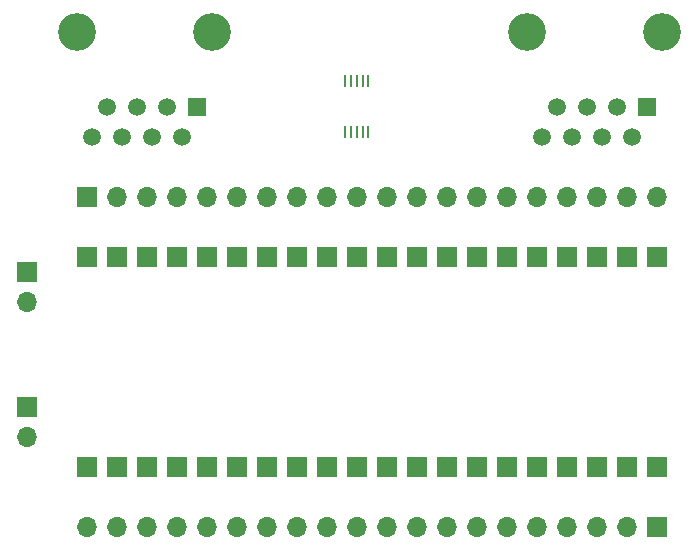
<source format=gts>
%TF.GenerationSoftware,KiCad,Pcbnew,8.0.4*%
%TF.CreationDate,2024-08-14T00:22:54+01:00*%
%TF.ProjectId,PicoChain,5069636f-4368-4616-996e-2e6b69636164,rev?*%
%TF.SameCoordinates,Original*%
%TF.FileFunction,Soldermask,Top*%
%TF.FilePolarity,Negative*%
%FSLAX46Y46*%
G04 Gerber Fmt 4.6, Leading zero omitted, Abs format (unit mm)*
G04 Created by KiCad (PCBNEW 8.0.4) date 2024-08-14 00:22:54*
%MOMM*%
%LPD*%
G01*
G04 APERTURE LIST*
G04 Aperture macros list*
%AMRoundRect*
0 Rectangle with rounded corners*
0 $1 Rounding radius*
0 $2 $3 $4 $5 $6 $7 $8 $9 X,Y pos of 4 corners*
0 Add a 4 corners polygon primitive as box body*
4,1,4,$2,$3,$4,$5,$6,$7,$8,$9,$2,$3,0*
0 Add four circle primitives for the rounded corners*
1,1,$1+$1,$2,$3*
1,1,$1+$1,$4,$5*
1,1,$1+$1,$6,$7*
1,1,$1+$1,$8,$9*
0 Add four rect primitives between the rounded corners*
20,1,$1+$1,$2,$3,$4,$5,0*
20,1,$1+$1,$4,$5,$6,$7,0*
20,1,$1+$1,$6,$7,$8,$9,0*
20,1,$1+$1,$8,$9,$2,$3,0*%
G04 Aperture macros list end*
%ADD10RoundRect,0.102000X-0.754000X0.754000X-0.754000X-0.754000X0.754000X-0.754000X0.754000X0.754000X0*%
%ADD11C,1.500000*%
%ADD12R,1.500000X1.500000*%
%ADD13C,3.200000*%
%ADD14O,1.700000X1.700000*%
%ADD15R,1.700000X1.700000*%
%ADD16R,0.250000X1.100000*%
G04 APERTURE END LIST*
D10*
%TO.C,U2*%
X182969400Y-113462600D03*
X185509400Y-113462600D03*
X160109400Y-113462600D03*
X170269400Y-113462600D03*
X165189400Y-113462600D03*
X162649400Y-113462600D03*
X157569400Y-113462600D03*
X152489400Y-113462600D03*
X149949400Y-113462600D03*
X147409400Y-113462600D03*
X144869400Y-113462600D03*
X139789400Y-113462600D03*
X137249400Y-113462600D03*
X137249400Y-95682600D03*
X139789400Y-95682600D03*
X144869400Y-95682600D03*
X147409400Y-95682600D03*
X149949400Y-95682600D03*
X152489400Y-95682600D03*
X157569400Y-95682600D03*
X160109400Y-95682600D03*
X162649400Y-95682600D03*
X165189400Y-95682600D03*
X170269400Y-95682600D03*
X172809400Y-95682600D03*
X175349400Y-95682600D03*
X177889400Y-95682600D03*
X182969400Y-95682600D03*
X185509400Y-95682600D03*
X142329400Y-95682600D03*
X155029400Y-95682600D03*
X167729400Y-95682600D03*
X180429400Y-95682600D03*
X142329400Y-113462600D03*
X155029400Y-113462600D03*
X180429400Y-113462600D03*
X167729400Y-113462600D03*
X172809400Y-113462600D03*
X177889400Y-113462600D03*
X175349400Y-113462600D03*
%TD*%
D11*
%TO.C,J2*%
X137721900Y-85542600D03*
X138991900Y-83002600D03*
X140261900Y-85542600D03*
X141531900Y-83002600D03*
X142801900Y-85542600D03*
X144071900Y-83002600D03*
X145341900Y-85542600D03*
D12*
X146611900Y-83002600D03*
D13*
X136451900Y-76652600D03*
X147881900Y-76652600D03*
%TD*%
D14*
%TO.C,GND*%
X132169400Y-110922600D03*
D15*
X132169400Y-108382600D03*
%TD*%
D14*
%TO.C,GND*%
X132169400Y-99492600D03*
D15*
X132169400Y-96952600D03*
%TD*%
D14*
%TO.C,J6*%
X137249400Y-118542600D03*
X139789400Y-118542600D03*
X142329400Y-118542600D03*
X144869400Y-118542600D03*
X147409400Y-118542600D03*
X149949400Y-118542600D03*
X152489400Y-118542600D03*
X155029400Y-118542600D03*
X157569400Y-118542600D03*
X160109400Y-118542600D03*
X162649400Y-118542600D03*
X165189400Y-118542600D03*
X167729400Y-118542600D03*
X170269400Y-118542600D03*
X172809400Y-118542600D03*
X175349400Y-118542600D03*
X177889400Y-118542600D03*
X180429400Y-118542600D03*
X182969400Y-118542600D03*
D15*
X185509400Y-118542600D03*
%TD*%
D11*
%TO.C,J1*%
X175821900Y-85542600D03*
X177091900Y-83002600D03*
X178361900Y-85542600D03*
X179631900Y-83002600D03*
X180901900Y-85542600D03*
X182171900Y-83002600D03*
X183441900Y-85542600D03*
D12*
X184711900Y-83002600D03*
D13*
X174551900Y-76652600D03*
X185981900Y-76652600D03*
%TD*%
D14*
%TO.C,J5*%
X185509400Y-90602600D03*
X182969400Y-90602600D03*
X180429400Y-90602600D03*
X177889400Y-90602600D03*
X175349400Y-90602600D03*
X172809400Y-90602600D03*
X170269400Y-90602600D03*
X167729400Y-90602600D03*
X165189400Y-90602600D03*
X162649400Y-90602600D03*
X160109400Y-90602600D03*
X157569400Y-90602600D03*
X155029400Y-90602600D03*
X152489400Y-90602600D03*
X149949400Y-90602600D03*
X147409400Y-90602600D03*
X144869400Y-90602600D03*
X142329400Y-90602600D03*
X139789400Y-90602600D03*
D15*
X137249400Y-90602600D03*
%TD*%
D16*
%TO.C,U1*%
X159109400Y-80832600D03*
X159609400Y-80832600D03*
X160109400Y-80832600D03*
X160609400Y-80832600D03*
X161109400Y-80832600D03*
X161109400Y-85132600D03*
X160609400Y-85132600D03*
X160109400Y-85132600D03*
X159609400Y-85132600D03*
X159109400Y-85132600D03*
%TD*%
M02*

</source>
